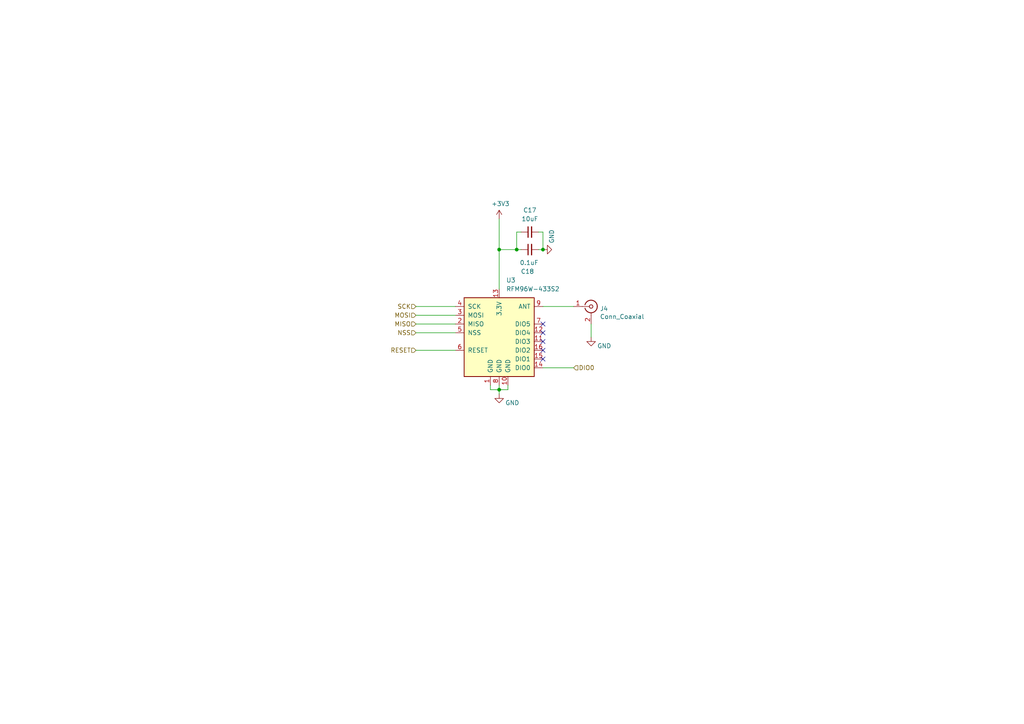
<source format=kicad_sch>
(kicad_sch (version 20211123) (generator eeschema)
  (paper "A4")
  (lib_symbols
    (symbol "Connector:Conn_Coaxial" (pin_names (offset 1.016) hide)
      (property "Reference" "J" (at 0.254 3.048 0))
      (property "Value" "Conn_Coaxial" (at 2.921 0 90))
      (symbol "Conn_Coaxial_0_1"
        (arc (start -1.778 -0.508) (mid 0.222 -1.808) (end 1.778 0) (stroke (width 0.254)))
        (polyline (pts (xy -2.54 0) (xy -0.508 0)))
        (polyline (pts (xy 0 -2.54) (xy 0 -1.778)))
        (circle (center 0 0) (radius 0.508) (stroke (width 0.2032)))
        (arc (start 1.778 0) (mid 0.222 1.8083) (end -1.778 0.508) (stroke (width 0.254)))
      )
      (symbol "Conn_Coaxial_1_1"
        (pin passive line (at -5.08 0 0) (length 2.54) (name "In") (number "1"))
        (pin passive line (at 0 -5.08 90) (length 2.54) (name "Ext") (number "2"))
      )
    )
    (symbol "Device:C_Small" (pin_numbers hide) (pin_names (offset 0.254) hide)
      (property "Reference" "C" (at 0.254 1.778 0))
      (property "Value" "C_Small" (at 0.254 -2.032 0))
      (symbol "C_Small_0_1"
        (polyline (pts (xy -1.524 -0.508) (xy 1.524 -0.508)) (stroke (width 0.3302)))
        (polyline (pts (xy -1.524 0.508) (xy 1.524 0.508)) (stroke (width 0.3048)))
      )
      (symbol "C_Small_1_1"
        (pin passive line (at 0 2.54 270) (length 2.032) (name "~") (number "1"))
        (pin passive line (at 0 -2.54 90) (length 2.032) (name "~") (number "2"))
      )
    )
    (symbol "RF_Module:RFM96W-433S2" (pin_names (offset 1.016))
      (property "Reference" "U" (at -10.414 11.684 0))
      (property "Value" "RFM96W-433S2" (at 1.524 11.43 0))
      (symbol "RFM96W-433S2_0_1"
        (rectangle (start -10.16 10.16) (end 10.16 -12.7) (stroke (width 0.254)) (fill (type background)))
      )
      (symbol "RFM96W-433S2_1_1"
        (pin power_in line (at -2.54 -15.24 90) (length 2.54) (name "GND") (number "1"))
        (pin power_in line (at 2.54 -15.24 90) (length 2.54) (name "GND") (number "10"))
        (pin bidirectional line (at 12.7 -2.54 180) (length 2.54) (name "DIO3") (number "11"))
        (pin bidirectional line (at 12.7 0 180) (length 2.54) (name "DIO4") (number "12"))
        (pin power_in line (at 0 12.7 270) (length 2.54) (name "3.3V") (number "13"))
        (pin bidirectional line (at 12.7 -10.16 180) (length 2.54) (name "DIO0") (number "14"))
        (pin bidirectional line (at 12.7 -7.62 180) (length 2.54) (name "DIO1") (number "15"))
        (pin bidirectional line (at 12.7 -5.08 180) (length 2.54) (name "DIO2") (number "16"))
        (pin output line (at -12.7 2.54 0) (length 2.54) (name "MISO") (number "2"))
        (pin input line (at -12.7 5.08 0) (length 2.54) (name "MOSI") (number "3"))
        (pin input line (at -12.7 7.62 0) (length 2.54) (name "SCK") (number "4"))
        (pin input line (at -12.7 0 0) (length 2.54) (name "NSS") (number "5"))
        (pin bidirectional line (at -12.7 -5.08 0) (length 2.54) (name "RESET") (number "6"))
        (pin bidirectional line (at 12.7 2.54 180) (length 2.54) (name "DIO5") (number "7"))
        (pin power_in line (at 0 -15.24 90) (length 2.54) (name "GND") (number "8"))
        (pin bidirectional line (at 12.7 7.62 180) (length 2.54) (name "ANT") (number "9"))
      )
    )
    (symbol "power:+3.3V" (power) (pin_names (offset 0))
      (property "Value" "+3.3V" (at 0 3.556 0))
      (symbol "+3.3V_0_1"
        (polyline (pts (xy -0.762 1.27) (xy 0 2.54)))
        (polyline (pts (xy 0 0) (xy 0 2.54)))
        (polyline (pts (xy 0 2.54) (xy 0.762 1.27)))
      )
      (symbol "+3.3V_1_1"
        (pin power_in line (at 0 0 90) (length 0) hide (name "+3V3") (number "1"))
      )
    )
    (symbol "power:GND" (power) (pin_names (offset 0))
      (property "Value" "GND" (at 0 -3.81 0))
      (symbol "GND_0_1"
        (polyline (pts (xy 0 0) (xy 0 -1.27) (xy 1.27 -1.27) (xy 0 -2.54) (xy -1.27 -1.27) (xy 0 -1.27)))
      )
      (symbol "GND_1_1"
        (pin power_in line (at 0 0 270) (length 0) hide (name "GND") (number "1"))
      )
    )
  )
  (junction (at 149.86 72.39))
  (junction (at 144.78 113.03))
  (junction (at 144.78 72.39))
  (junction (at 157.48 72.39))
  (no_connect (at 157.48 104.14))
  (no_connect (at 157.48 96.52))
  (no_connect (at 157.48 101.6))
  (no_connect (at 157.48 99.06))
  (no_connect (at 157.48 93.98))
  (wire (pts (xy 142.24 113.03) (xy 144.78 113.03)))
  (wire (pts (xy 157.48 72.39) (xy 157.48 67.31)))
  (wire (pts (xy 144.78 63.5) (xy 144.78 72.39)))
  (wire (pts (xy 144.78 72.39) (xy 144.78 83.82)))
  (wire (pts (xy 120.65 101.6) (xy 132.08 101.6)))
  (wire (pts (xy 120.65 88.9) (xy 132.08 88.9)))
  (wire (pts (xy 156.21 72.39) (xy 157.48 72.39)))
  (wire (pts (xy 142.24 111.76) (xy 142.24 113.03)))
  (wire (pts (xy 144.78 72.39) (xy 149.86 72.39)))
  (wire (pts (xy 149.86 72.39) (xy 151.13 72.39)))
  (wire (pts (xy 120.65 91.44) (xy 132.08 91.44)))
  (wire (pts (xy 157.48 88.9) (xy 166.37 88.9)))
  (wire (pts (xy 144.78 113.03) (xy 147.32 113.03)))
  (wire (pts (xy 149.86 67.31) (xy 149.86 72.39)))
  (wire (pts (xy 149.86 67.31) (xy 151.13 67.31)))
  (wire (pts (xy 157.48 106.68) (xy 166.37 106.68)))
  (wire (pts (xy 171.45 93.98) (xy 171.45 97.79)))
  (wire (pts (xy 120.65 93.98) (xy 132.08 93.98)))
  (wire (pts (xy 144.78 111.76) (xy 144.78 113.03)))
  (wire (pts (xy 147.32 111.76) (xy 147.32 113.03)))
  (wire (pts (xy 156.21 67.31) (xy 157.48 67.31)))
  (wire (pts (xy 120.65 96.52) (xy 132.08 96.52)))
  (wire (pts (xy 144.78 113.03) (xy 144.78 114.3)))
  (hierarchical_label "RESET" (shape input) (at 120.65 101.6 180))
  (hierarchical_label "MOSI" (shape input) (at 120.65 91.44 180))
  (hierarchical_label "DIO0" (shape input) (at 166.37 106.68 0))
  (hierarchical_label "SCK" (shape input) (at 120.65 88.9 180))
  (hierarchical_label "NSS" (shape input) (at 120.65 96.52 180))
  (hierarchical_label "MISO" (shape input) (at 120.65 93.98 180))
  (symbol (lib_id "power:GND") (at 157.48 72.39 90) (unit 1)
    (property "Reference" "#PWR020" (effects hide))
    (property "Value" "GND" (at 160.02 68.58 0))
  )
  (symbol (lib_id "power:+3.3V") (at 144.78 63.5 0) (unit 1)
    (property "Reference" "#PWR018" (effects hide))
    (property "Value" "+3.3V" (at 145.161 59.1058 0))
  )
  (symbol (lib_id "Device:C_Small") (at 153.67 67.31 90) (unit 1)
    (property "Reference" "C17" (at 153.6763 60.96 90))
    (property "Value" "10uF" (at 153.6763 63.5 90))
    (property "Footprint" "Capacitor_SMD:C_0603_1608Metric" (effects hide))
  )
  (symbol (lib_id "Connector:Conn_Coaxial") (at 171.45 88.9 0) (unit 1)
    (property "Reference" "J4" (at 173.99 89.535 0) (effects (justify left)))
    (property "Value" "Conn_Coaxial" (at 173.99 91.8464 0) (effects (justify left)))
    (property "Footprint" "Connector_Coaxial:SMA_Molex_73251-1153_EdgeMount_Horizontal" (effects hide))
    (property "Datasheet" " ~" (effects hide))
  )
  (symbol (lib_id "Device:C_Small") (at 153.67 72.39 90) (unit 1)
    (property "Reference" "C18" (at 154.94 78.74 90) (effects (justify left)))
    (property "Value" "0.1uF" (at 156.21 76.2 90) (effects (justify left)))
    (property "Footprint" "Capacitor_SMD:C_0603_1608Metric" (effects hide))
  )
  (symbol (lib_id "power:GND") (at 144.78 114.3 0) (unit 1)
    (property "Reference" "#PWR019" (effects hide))
    (property "Value" "GND" (at 148.59 116.84 0))
  )
  (symbol (lib_id "RF_Module:RFM96W-433S2") (at 144.78 96.52 0) (unit 1)
    (property "Reference" "U3" (at 146.7994 81.28 0) (effects (justify left)))
    (property "Value" "RFM96W-433S2" (at 146.7994 83.82 0) (effects (justify left)))
    (property "Footprint" "RF_Module:HOPERF_RFM9XW_SMD" (effects hide))
    (property "Datasheet" "https://www.hoperf.com/data/upload/portal/20181127/5bfcc0ac60235.pdf" (effects hide))
  )
  (symbol (lib_id "power:GND") (at 171.45 97.79 0) (unit 1)
    (property "Reference" "#PWR021" (effects hide))
    (property "Value" "GND" (at 175.26 100.33 0))
  )
)
</source>
